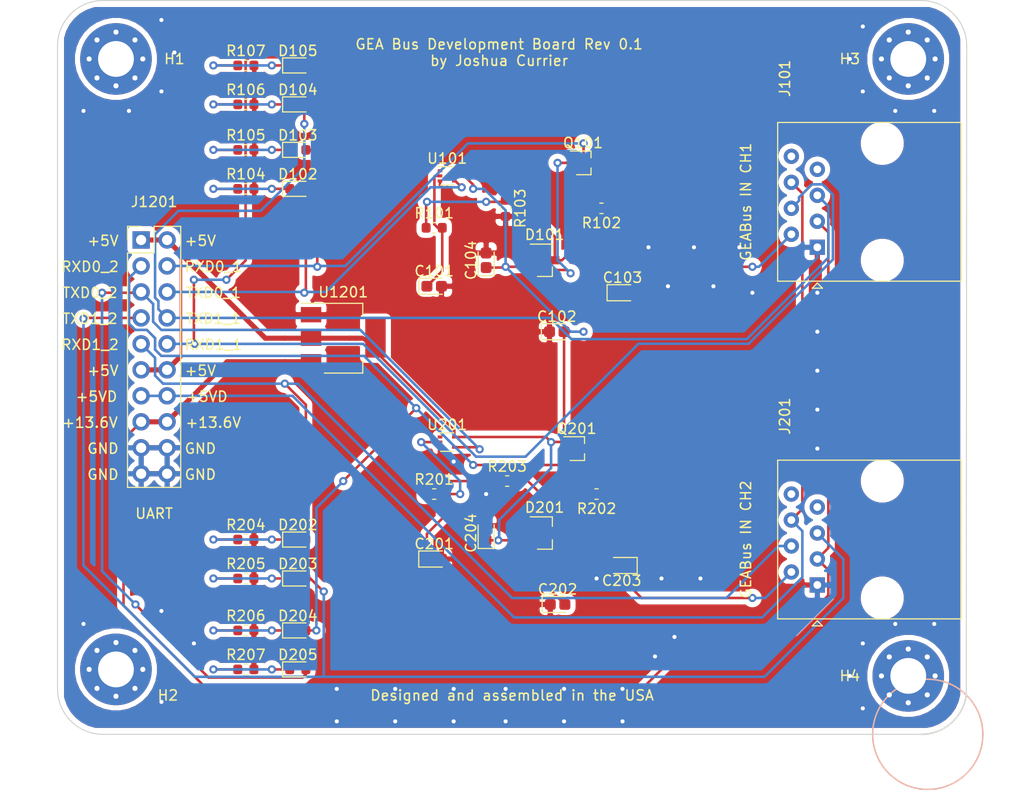
<source format=kicad_pcb>
(kicad_pcb (version 20171130) (host pcbnew 5.1.5-52549c5~84~ubuntu19.10.1)
  (layers (0 F.Cu signal) (31 B.Cu signal) (34 B.Paste user) (35 F.Paste user) (36 B.SilkS user) (37 F.SilkS user) (38 B.Mask user) (39 F.Mask user) (44 Edge.Cuts user))
  (net 0 "")
  (net 1 "Net-(C101-Pad1)")
  (net 2 GND)
  (net 3 +5V)
  (net 4 "Net-(C103-Pad1)")
  (net 5 "Net-(C201-Pad1)")
  (net 6 "Net-(D101-Pad3)")
  (net 7 "Net-(D102-Pad2)")
  (net 8 "Net-(D102-Pad1)")
  (net 9 "Net-(D103-Pad1)")
  (net 10 "Net-(D103-Pad2)")
  (net 11 "Net-(D104-Pad2)")
  (net 12 "Net-(D104-Pad1)")
  (net 13 "Net-(D105-Pad1)")
  (net 14 "Net-(D105-Pad2)")
  (net 15 "Net-(D201-Pad3)")
  (net 16 "Net-(D202-Pad1)")
  (net 17 "Net-(D202-Pad2)")
  (net 18 "Net-(D203-Pad2)")
  (net 19 "Net-(D203-Pad1)")
  (net 20 "Net-(D204-Pad1)")
  (net 21 "Net-(D204-Pad2)")
  (net 22 "Net-(D205-Pad2)")
  (net 23 "Net-(D205-Pad1)")
  (net 24 "Net-(J101-Pad8)")
  (net 25 "Net-(J101-Pad7)")
  (net 26 "Net-(J101-Pad6)")
  (net 27 "Net-(J101-Pad3)")
  (net 28 "Net-(J201-Pad7)")
  (net 29 "Net-(J201-Pad8)")
  (net 30 "Net-(U101-Pad1)")
  (net 31 "Net-(U201-Pad1)")
  (net 32 "Net-(C203-Pad2)")
  (module MountingHole:MountingHole_3.5mm_Pad_Via (layer F.Cu) (at 140.335 110.49)
    (fp_text reference H4 (at -5.715 0) (layer F.SilkS))
    (fp_text value MountingHole_3.5mm_Pad_Via)
    (pad 1 thru_hole circle (at 1.856155 -1.856155) (size 0.8 0.8) (drill 0.5) (layers *.Cu *.Mask))
    (pad 1 thru_hole circle (at 0 -2.625) (size 0.8 0.8) (drill 0.5) (layers *.Cu *.Mask))
    (pad 1 thru_hole circle (at -1.856155 -1.856155) (size 0.8 0.8) (drill 0.5) (layers *.Cu *.Mask))
    (pad 1 thru_hole circle (at -2.625 0) (size 0.8 0.8) (drill 0.5) (layers *.Cu *.Mask))
    (pad 1 thru_hole circle (at -1.856155 1.856155) (size 0.8 0.8) (drill 0.5) (layers *.Cu *.Mask))
    (pad 1 thru_hole circle (at 0 2.625) (size 0.8 0.8) (drill 0.5) (layers *.Cu *.Mask))
    (pad 1 thru_hole circle (at 1.856155 1.856155) (size 0.8 0.8) (drill 0.5) (layers *.Cu *.Mask))
    (pad 1 thru_hole circle (at 2.625 0) (size 0.8 0.8) (drill 0.5) (layers *.Cu *.Mask))
    (pad 1 thru_hole circle (at 0 0) (size 7 7) (drill 3.5) (layers *.Cu *.Mask))
  )
  (module MountingHole:MountingHole_3.5mm_Pad_Via (layer F.Cu) (at 62.865 109.855)
    (fp_text reference H2 (at 5.08 2.54) (layer F.SilkS))
    (fp_text value MountingHole_3.5mm_Pad_Via)
    (pad 1 thru_hole circle (at 1.856155 -1.856155) (size 0.8 0.8) (drill 0.5) (layers *.Cu *.Mask))
    (pad 1 thru_hole circle (at 0 -2.625) (size 0.8 0.8) (drill 0.5) (layers *.Cu *.Mask))
    (pad 1 thru_hole circle (at -1.856155 -1.856155) (size 0.8 0.8) (drill 0.5) (layers *.Cu *.Mask))
    (pad 1 thru_hole circle (at -2.625 0) (size 0.8 0.8) (drill 0.5) (layers *.Cu *.Mask))
    (pad 1 thru_hole circle (at -1.856155 1.856155) (size 0.8 0.8) (drill 0.5) (layers *.Cu *.Mask))
    (pad 1 thru_hole circle (at 0 2.625) (size 0.8 0.8) (drill 0.5) (layers *.Cu *.Mask))
    (pad 1 thru_hole circle (at 1.856155 1.856155) (size 0.8 0.8) (drill 0.5) (layers *.Cu *.Mask))
    (pad 1 thru_hole circle (at 2.625 0) (size 0.8 0.8) (drill 0.5) (layers *.Cu *.Mask))
    (pad 1 thru_hole circle (at 0 0) (size 7 7) (drill 3.5) (layers *.Cu *.Mask))
  )
  (module MountingHole:MountingHole_3.5mm_Pad_Via (layer F.Cu) (at 140.335 50.165)
    (fp_text reference H3 (at -5.715 0) (layer F.SilkS))
    (fp_text value MountingHole_3.5mm_Pad_Via)
    (pad 1 thru_hole circle (at 1.856155 -1.856155) (size 0.8 0.8) (drill 0.5) (layers *.Cu *.Mask))
    (pad 1 thru_hole circle (at 0 -2.625) (size 0.8 0.8) (drill 0.5) (layers *.Cu *.Mask))
    (pad 1 thru_hole circle (at -1.856155 -1.856155) (size 0.8 0.8) (drill 0.5) (layers *.Cu *.Mask))
    (pad 1 thru_hole circle (at -2.625 0) (size 0.8 0.8) (drill 0.5) (layers *.Cu *.Mask))
    (pad 1 thru_hole circle (at -1.856155 1.856155) (size 0.8 0.8) (drill 0.5) (layers *.Cu *.Mask))
    (pad 1 thru_hole circle (at 0 2.625) (size 0.8 0.8) (drill 0.5) (layers *.Cu *.Mask))
    (pad 1 thru_hole circle (at 1.856155 1.856155) (size 0.8 0.8) (drill 0.5) (layers *.Cu *.Mask))
    (pad 1 thru_hole circle (at 2.625 0) (size 0.8 0.8) (drill 0.5) (layers *.Cu *.Mask))
    (pad 1 thru_hole circle (at 0 0) (size 7 7) (drill 3.5) (layers *.Cu *.Mask))
  )
  (module MountingHole:MountingHole_3.5mm_Pad_Via (layer F.Cu) (at 62.865 50.165)
    (fp_text reference H1 (at 5.715 0) (layer F.SilkS))
    (fp_text value MountingHole_3.5mm_Pad_Via)
    (pad 1 thru_hole circle (at 1.856155 -1.856155) (size 0.8 0.8) (drill 0.5) (layers *.Cu *.Mask))
    (pad 1 thru_hole circle (at 0 -2.625) (size 0.8 0.8) (drill 0.5) (layers *.Cu *.Mask))
    (pad 1 thru_hole circle (at -1.856155 -1.856155) (size 0.8 0.8) (drill 0.5) (layers *.Cu *.Mask))
    (pad 1 thru_hole circle (at -2.625 0) (size 0.8 0.8) (drill 0.5) (layers *.Cu *.Mask))
    (pad 1 thru_hole circle (at -1.856155 1.856155) (size 0.8 0.8) (drill 0.5) (layers *.Cu *.Mask))
    (pad 1 thru_hole circle (at 0 2.625) (size 0.8 0.8) (drill 0.5) (layers *.Cu *.Mask))
    (pad 1 thru_hole circle (at 1.856155 1.856155) (size 0.8 0.8) (drill 0.5) (layers *.Cu *.Mask))
    (pad 1 thru_hole circle (at 2.625 0) (size 0.8 0.8) (drill 0.5) (layers *.Cu *.Mask))
    (pad 1 thru_hole circle (at 0 0) (size 7 7) (drill 3.5) (layers *.Cu *.Mask))
  )
  (module Capacitor_Tantalum_SMD:CP_EIA-1608-10_AVX-L (layer F.Cu) (at 93.98 72.39)
    (fp_text reference C101 (at 0 -1.48) (layer F.SilkS))
    (fp_text value 0.1u)
    (pad 1 smd roundrect (at -0.7125 0) (size 1.075 1.05) (layers F.Cu F.Paste F.Mask) (roundrect_rratio 0.238095) (net 1 "Net-(C101-Pad1)"))
    (pad 2 smd roundrect (at 0.7125 0) (size 1.075 1.05) (layers F.Cu F.Paste F.Mask) (roundrect_rratio 0.238095) (net 2 GND))
  )
  (module Capacitor_Tantalum_SMD:CP_EIA-1608-10_AVX-L (layer F.Cu) (at 105.9675 76.835)
    (fp_text reference C102 (at 0 -1.48) (layer F.SilkS))
    (fp_text value 0.1u)
    (pad 1 smd roundrect (at -0.7125 0) (size 1.075 1.05) (layers F.Cu F.Paste F.Mask) (roundrect_rratio 0.238095) (net 2 GND))
    (pad 2 smd roundrect (at 0.7125 0) (size 1.075 1.05) (layers F.Cu F.Paste F.Mask) (roundrect_rratio 0.238095) (net 3 +5V))
  )
  (module Capacitor_Tantalum_SMD:CP_EIA-1608-10_AVX-L (layer F.Cu) (at 112.395 73.025)
    (fp_text reference C103 (at 0 -1.48) (layer F.SilkS))
    (fp_text value 0.1u)
    (pad 2 smd roundrect (at 0.7125 0) (size 1.075 1.05) (layers F.Cu F.Paste F.Mask) (roundrect_rratio 0.238095) (net 2 GND))
    (pad 1 smd roundrect (at -0.7125 0) (size 1.075 1.05) (layers F.Cu F.Paste F.Mask) (roundrect_rratio 0.238095) (net 4 "Net-(C103-Pad1)"))
  )
  (module Capacitor_Tantalum_SMD:CP_EIA-1608-10_AVX-L (layer F.Cu) (at 99.06 69.85 90)
    (fp_text reference C104 (at 0 -1.48 90) (layer F.SilkS))
    (fp_text value 0.1u)
    (pad 1 smd roundrect (at -0.7125 0 90) (size 1.075 1.05) (layers F.Cu F.Paste F.Mask) (roundrect_rratio 0.238095) (net 3 +5V))
    (pad 2 smd roundrect (at 0.7125 0 90) (size 1.075 1.05) (layers F.Cu F.Paste F.Mask) (roundrect_rratio 0.238095) (net 2 GND))
  )
  (module Capacitor_Tantalum_SMD:CP_EIA-1608-10_AVX-L (layer F.Cu) (at 93.98 99.06)
    (fp_text reference C201 (at 0 -1.48) (layer F.SilkS))
    (fp_text value 0.1u)
    (pad 1 smd roundrect (at -0.7125 0) (size 1.075 1.05) (layers F.Cu F.Paste F.Mask) (roundrect_rratio 0.238095) (net 5 "Net-(C201-Pad1)"))
    (pad 2 smd roundrect (at 0.7125 0) (size 1.075 1.05) (layers F.Cu F.Paste F.Mask) (roundrect_rratio 0.238095) (net 2 GND))
  )
  (module Capacitor_Tantalum_SMD:CP_EIA-1608-10_AVX-L (layer F.Cu) (at 106.045 103.505)
    (fp_text reference C202 (at 0 -1.48) (layer F.SilkS))
    (fp_text value 0.1u)
    (pad 2 smd roundrect (at 0.7125 0) (size 1.075 1.05) (layers F.Cu F.Paste F.Mask) (roundrect_rratio 0.238095) (net 3 +5V))
    (pad 1 smd roundrect (at -0.7125 0) (size 1.075 1.05) (layers F.Cu F.Paste F.Mask) (roundrect_rratio 0.238095) (net 2 GND))
  )
  (module Capacitor_Tantalum_SMD:CP_EIA-1608-10_AVX-L (layer F.Cu) (at 112.3175 99.695 180)
    (fp_text reference C203 (at 0 -1.48) (layer F.SilkS))
    (fp_text value 0.1u)
    (pad 2 smd roundrect (at 0.7125 0 180) (size 1.075 1.05) (layers F.Cu F.Paste F.Mask) (roundrect_rratio 0.238095) (net 32 "Net-(C203-Pad2)"))
    (pad 1 smd roundrect (at -0.7125 0 180) (size 1.075 1.05) (layers F.Cu F.Paste F.Mask) (roundrect_rratio 0.238095) (net 2 GND))
  )
  (module Capacitor_Tantalum_SMD:CP_EIA-1608-10_AVX-L (layer F.Cu) (at 99.06 96.52 90)
    (fp_text reference C204 (at 0 -1.48 90) (layer F.SilkS))
    (fp_text value 0.1u)
    (pad 2 smd roundrect (at 0.7125 0 90) (size 1.075 1.05) (layers F.Cu F.Paste F.Mask) (roundrect_rratio 0.238095) (net 2 GND))
    (pad 1 smd roundrect (at -0.7125 0 90) (size 1.075 1.05) (layers F.Cu F.Paste F.Mask) (roundrect_rratio 0.238095) (net 3 +5V))
  )
  (module Package_TO_SOT_SMD:SOT-23 (layer F.Cu) (at 104.775 69.85)
    (fp_text reference D101 (at 0 -2.5) (layer F.SilkS))
    (fp_text value BAV99)
    (pad 1 smd rect (at -1 -0.95) (size 0.9 0.8) (layers F.Cu F.Paste F.Mask) (net 2 GND))
    (pad 2 smd rect (at -1 0.95) (size 0.9 0.8) (layers F.Cu F.Paste F.Mask) (net 3 +5V))
    (pad 3 smd rect (at 1 0) (size 0.9 0.8) (layers F.Cu F.Paste F.Mask) (net 6 "Net-(D101-Pad3)"))
  )
  (module LED_SMD:LED_0603_1608Metric (layer F.Cu) (at 80.645 62.865)
    (fp_text reference D102 (at 0 -1.43) (layer F.SilkS))
    (fp_text value LED)
    (pad 2 smd roundrect (at 0.7875 0) (size 0.875 0.95) (layers F.Cu F.Paste F.Mask) (net 7 "Net-(D102-Pad2)"))
    (pad 1 smd roundrect (at -0.7875 0) (size 0.875 0.95) (layers F.Cu F.Paste F.Mask) (net 8 "Net-(D102-Pad1)"))
  )
  (module LED_SMD:LED_0603_1608Metric (layer F.Cu) (at 80.645 59.055)
    (fp_text reference D103 (at 0 -1.43) (layer F.SilkS))
    (fp_text value LED)
    (pad 1 smd roundrect (at -0.7875 0) (size 0.875 0.95) (layers F.Cu F.Paste F.Mask) (net 9 "Net-(D103-Pad1)"))
    (pad 2 smd roundrect (at 0.7875 0) (size 0.875 0.95) (layers F.Cu F.Paste F.Mask) (net 10 "Net-(D103-Pad2)"))
  )
  (module LED_SMD:LED_0603_1608Metric (layer F.Cu) (at 80.645 54.61)
    (fp_text reference D104 (at 0 -1.430001) (layer F.SilkS))
    (fp_text value LED)
    (pad 2 smd roundrect (at 0.7875 0) (size 0.875 0.95) (layers F.Cu F.Paste F.Mask) (net 11 "Net-(D104-Pad2)"))
    (pad 1 smd roundrect (at -0.7875 0) (size 0.875 0.95) (layers F.Cu F.Paste F.Mask) (net 12 "Net-(D104-Pad1)"))
  )
  (module LED_SMD:LED_0603_1608Metric (layer F.Cu) (at 80.645 50.8)
    (fp_text reference D105 (at 0 -1.43) (layer F.SilkS))
    (fp_text value LED)
    (pad 1 smd roundrect (at -0.7875 0) (size 0.875 0.95) (layers F.Cu F.Paste F.Mask) (net 13 "Net-(D105-Pad1)"))
    (pad 2 smd roundrect (at 0.7875 0) (size 0.875 0.95) (layers F.Cu F.Paste F.Mask) (net 14 "Net-(D105-Pad2)"))
  )
  (module Package_TO_SOT_SMD:SOT-23 (layer F.Cu) (at 104.775 96.52)
    (fp_text reference D201 (at 0 -2.5) (layer F.SilkS))
    (fp_text value BAV99)
    (pad 3 smd rect (at 1 0) (size 0.9 0.8) (layers F.Cu F.Paste F.Mask) (net 15 "Net-(D201-Pad3)"))
    (pad 2 smd rect (at -1 0.95) (size 0.9 0.8) (layers F.Cu F.Paste F.Mask) (net 3 +5V))
    (pad 1 smd rect (at -1 -0.95) (size 0.9 0.8) (layers F.Cu F.Paste F.Mask) (net 2 GND))
  )
  (module LED_SMD:LED_0603_1608Metric (layer F.Cu) (at 80.645 97.155)
    (fp_text reference D202 (at 0 -1.43) (layer F.SilkS))
    (fp_text value LED)
    (pad 1 smd roundrect (at -0.7875 0) (size 0.875 0.95) (layers F.Cu F.Paste F.Mask) (net 16 "Net-(D202-Pad1)"))
    (pad 2 smd roundrect (at 0.7875 0) (size 0.875 0.95) (layers F.Cu F.Paste F.Mask) (net 17 "Net-(D202-Pad2)"))
  )
  (module LED_SMD:LED_0603_1608Metric (layer F.Cu) (at 80.645 100.965)
    (fp_text reference D203 (at 0 -1.43) (layer F.SilkS))
    (fp_text value LED)
    (pad 2 smd roundrect (at 0.7875 0) (size 0.875 0.95) (layers F.Cu F.Paste F.Mask) (net 18 "Net-(D203-Pad2)"))
    (pad 1 smd roundrect (at -0.7875 0) (size 0.875 0.95) (layers F.Cu F.Paste F.Mask) (net 19 "Net-(D203-Pad1)"))
  )
  (module LED_SMD:LED_0603_1608Metric (layer F.Cu) (at 80.645 106.045)
    (fp_text reference D204 (at 0 -1.43) (layer F.SilkS))
    (fp_text value LED)
    (pad 1 smd roundrect (at -0.7875 0) (size 0.875 0.95) (layers F.Cu F.Paste F.Mask) (net 20 "Net-(D204-Pad1)"))
    (pad 2 smd roundrect (at 0.7875 0) (size 0.875 0.95) (layers F.Cu F.Paste F.Mask) (net 21 "Net-(D204-Pad2)"))
  )
  (module LED_SMD:LED_0603_1608Metric (layer F.Cu) (at 80.645 109.855)
    (fp_text reference D205 (at 0 -1.43) (layer F.SilkS))
    (fp_text value LED)
    (pad 2 smd roundrect (at 0.7875 0) (size 0.875 0.95) (layers F.Cu F.Paste F.Mask) (net 22 "Net-(D205-Pad2)"))
    (pad 1 smd roundrect (at -0.7875 0) (size 0.875 0.95) (layers F.Cu F.Paste F.Mask) (net 23 "Net-(D205-Pad1)"))
  )
  (module Connector_RJ:RJ45_Amphenol_54602-x08_Horizontal (layer F.Cu) (at 131.445 68.58 90)
    (fp_text reference J101 (at 16.51 -3.175 90) (layer F.SilkS))
    (fp_text value "GEABus IN CH1" (at 4.445 -6.985 90) (layer F.SilkS))
    (pad 8 thru_hole circle (at 8.89 -2.54 90) (size 1.5 1.5) (drill 0.76) (layers *.Cu *.Mask) (net 24 "Net-(J101-Pad8)"))
    (pad 7 thru_hole circle (at 7.62 0 90) (size 1.5 1.5) (drill 0.76) (layers *.Cu *.Mask) (net 25 "Net-(J101-Pad7)"))
    (pad 6 thru_hole circle (at 6.35 -2.54 90) (size 1.5 1.5) (drill 0.76) (layers *.Cu *.Mask) (net 26 "Net-(J101-Pad6)"))
    (pad 5 thru_hole circle (at 5.08 0 90) (size 1.5 1.5) (drill 0.76) (layers *.Cu *.Mask) (net 11 "Net-(D104-Pad2)"))
    (pad 4 thru_hole circle (at 3.81 -2.54 90) (size 1.5 1.5) (drill 0.76) (layers *.Cu *.Mask) (net 14 "Net-(D105-Pad2)"))
    (pad 3 thru_hole circle (at 2.54 0 90) (size 1.5 1.5) (drill 0.76) (layers *.Cu *.Mask) (net 27 "Net-(J101-Pad3)"))
    (pad 2 thru_hole circle (at 1.27 -2.54 90) (size 1.5 1.5) (drill 0.76) (layers *.Cu *.Mask) (net 4 "Net-(C103-Pad1)"))
    (pad 1 thru_hole rect (at 0 0 90) (size 1.5 1.5) (drill 0.76) (layers *.Cu *.Mask) (net 2 GND))
    (pad "" np_thru_hole circle (at -1.27 6.35 90) (size 3.2 3.2) (drill 3.2) (layers *.Cu *.Mask))
    (pad "" np_thru_hole circle (at 10.16 6.35 90) (size 3.2 3.2) (drill 3.2) (layers *.Cu *.Mask))
  )
  (module Connector_RJ:RJ45_Amphenol_54602-x08_Horizontal (layer F.Cu) (at 131.445 101.6 90)
    (fp_text reference J201 (at 16.51 -3.175 90) (layer F.SilkS))
    (fp_text value "GEABus IN CH2" (at 4.445 -6.985 90) (layer F.SilkS))
    (pad "" np_thru_hole circle (at 10.16 6.35 90) (size 3.2 3.2) (drill 3.2) (layers *.Cu *.Mask))
    (pad "" np_thru_hole circle (at -1.27 6.35 90) (size 3.2 3.2) (drill 3.2) (layers *.Cu *.Mask))
    (pad 1 thru_hole rect (at 0 0 90) (size 1.5 1.5) (drill 0.76) (layers *.Cu *.Mask) (net 2 GND))
    (pad 2 thru_hole circle (at 1.27 -2.54 90) (size 1.5 1.5) (drill 0.76) (layers *.Cu *.Mask) (net 32 "Net-(C203-Pad2)"))
    (pad 3 thru_hole circle (at 2.54 0 90) (size 1.5 1.5) (drill 0.76) (layers *.Cu *.Mask) (net 27 "Net-(J101-Pad3)"))
    (pad 4 thru_hole circle (at 3.81 -2.54 90) (size 1.5 1.5) (drill 0.76) (layers *.Cu *.Mask) (net 17 "Net-(D202-Pad2)"))
    (pad 5 thru_hole circle (at 5.08 0 90) (size 1.5 1.5) (drill 0.76) (layers *.Cu *.Mask) (net 18 "Net-(D203-Pad2)"))
    (pad 6 thru_hole circle (at 6.35 -2.54 90) (size 1.5 1.5) (drill 0.76) (layers *.Cu *.Mask) (net 26 "Net-(J101-Pad6)"))
    (pad 7 thru_hole circle (at 7.62 0 90) (size 1.5 1.5) (drill 0.76) (layers *.Cu *.Mask) (net 28 "Net-(J201-Pad7)"))
    (pad 8 thru_hole circle (at 8.89 -2.54 90) (size 1.5 1.5) (drill 0.76) (layers *.Cu *.Mask) (net 29 "Net-(J201-Pad8)"))
  )
  (module Connector_PinHeader_2.54mm:PinHeader_2x10_P2.54mm_Vertical (layer F.Cu) (at 65.325001 67.865001)
    (fp_text reference J1201 (at 1.27 -3.730001) (layer F.SilkS))
    (fp_text value UART (at 1.27 26.749999) (layer F.SilkS))
    (pad 1 thru_hole rect (at 0 0) (size 1.7 1.7) (drill 1) (layers *.Cu *.Mask) (net 3 +5V))
    (pad 2 thru_hole oval (at 2.54 0) (size 1.7 1.7) (drill 1) (layers *.Cu *.Mask) (net 3 +5V))
    (pad 3 thru_hole oval (at 0 2.54) (size 1.7 1.7) (drill 1) (layers *.Cu *.Mask) (net 21 "Net-(D204-Pad2)"))
    (pad 4 thru_hole oval (at 2.54 2.54) (size 1.7 1.7) (drill 1) (layers *.Cu *.Mask) (net 10 "Net-(D103-Pad2)"))
    (pad 5 thru_hole oval (at 0 5.08) (size 1.7 1.7) (drill 1) (layers *.Cu *.Mask) (net 22 "Net-(D205-Pad2)"))
    (pad 6 thru_hole oval (at 2.54 5.08) (size 1.7 1.7) (drill 1) (layers *.Cu *.Mask) (net 7 "Net-(D102-Pad2)"))
    (pad 7 thru_hole oval (at 0 7.62) (size 1.7 1.7) (drill 1) (layers *.Cu *.Mask) (net 18 "Net-(D203-Pad2)"))
    (pad 8 thru_hole oval (at 2.54 7.62) (size 1.7 1.7) (drill 1) (layers *.Cu *.Mask) (net 11 "Net-(D104-Pad2)"))
    (pad 9 thru_hole oval (at 0 10.16) (size 1.7 1.7) (drill 1) (layers *.Cu *.Mask) (net 17 "Net-(D202-Pad2)"))
    (pad 10 thru_hole oval (at 2.54 10.16) (size 1.7 1.7) (drill 1) (layers *.Cu *.Mask) (net 14 "Net-(D105-Pad2)"))
    (pad 11 thru_hole oval (at 0 12.7) (size 1.7 1.7) (drill 1) (layers *.Cu *.Mask) (net 3 +5V))
    (pad 12 thru_hole oval (at 2.54 12.7) (size 1.7 1.7) (drill 1) (layers *.Cu *.Mask) (net 3 +5V))
    (pad 13 thru_hole oval (at 0 15.24) (size 1.7 1.7) (drill 1) (layers *.Cu *.Mask) (net 26 "Net-(J101-Pad6)"))
    (pad 14 thru_hole oval (at 2.54 15.24) (size 1.7 1.7) (drill 1) (layers *.Cu *.Mask) (net 26 "Net-(J101-Pad6)"))
    (pad 15 thru_hole oval (at 0 17.78) (size 1.7 1.7) (drill 1) (layers *.Cu *.Mask) (net 27 "Net-(J101-Pad3)"))
    (pad 16 thru_hole oval (at 2.54 17.78) (size 1.7 1.7) (drill 1) (layers *.Cu *.Mask) (net 27 "Net-(J101-Pad3)"))
    (pad 17 thru_hole oval (at 0 20.32) (size 1.7 1.7) (drill 1) (layers *.Cu *.Mask) (net 2 GND))
    (pad 18 thru_hole oval (at 2.54 20.32) (size 1.7 1.7) (drill 1) (layers *.Cu *.Mask) (net 2 GND))
    (pad 19 thru_hole oval (at 0 22.86) (size 1.7 1.7) (drill 1) (layers *.Cu *.Mask) (net 2 GND))
    (pad 20 thru_hole oval (at 2.54 22.86) (size 1.7 1.7) (drill 1) (layers *.Cu *.Mask) (net 2 GND))
  )
  (module Package_TO_SOT_SMD:SOT-323_SC-70 (layer F.Cu) (at 108.585 60.325)
    (fp_text reference Q101 (at -0.05 -1.95) (layer F.SilkS))
    (fp_text value DTA143X hide)
    (pad 1 smd rect (at -1 -0.65 270) (size 0.45 0.7) (layers F.Cu F.Paste F.Mask) (net 3 +5V))
    (pad 2 smd rect (at -1 0.65 270) (size 0.45 0.7) (layers F.Cu F.Paste F.Mask) (net 10 "Net-(D103-Pad2)"))
    (pad 3 smd rect (at 1 0 270) (size 0.45 0.7) (layers F.Cu F.Paste F.Mask) (net 6 "Net-(D101-Pad3)"))
  )
  (module Package_TO_SOT_SMD:SOT-323_SC-70 (layer F.Cu) (at 107.95 88.265)
    (fp_text reference Q201 (at -0.05 -1.95) (layer F.SilkS))
    (fp_text value DTA143X hide)
    (pad 3 smd rect (at 1 0 270) (size 0.45 0.7) (layers F.Cu F.Paste F.Mask) (net 15 "Net-(D201-Pad3)"))
    (pad 2 smd rect (at -1 0.65 270) (size 0.45 0.7) (layers F.Cu F.Paste F.Mask) (net 21 "Net-(D204-Pad2)"))
    (pad 1 smd rect (at -1 -0.65 270) (size 0.45 0.7) (layers F.Cu F.Paste F.Mask) (net 3 +5V))
  )
  (module Resistor_SMD:R_0603_1608Metric (layer F.Cu) (at 93.98 66.675)
    (fp_text reference R101 (at 0 -1.43) (layer F.SilkS))
    (fp_text value 47k)
    (pad 2 smd roundrect (at 0.7875 0) (size 0.875 0.95) (layers F.Cu F.Paste F.Mask) (net 1 "Net-(C101-Pad1)"))
    (pad 1 smd roundrect (at -0.7875 0) (size 0.875 0.95) (layers F.Cu F.Paste F.Mask) (net 6 "Net-(D101-Pad3)"))
  )
  (module Resistor_SMD:R_0603_1608Metric (layer F.Cu) (at 110.3375 64.77 180)
    (fp_text reference R102 (at 0 -1.43) (layer F.SilkS))
    (fp_text value 120)
    (pad 2 smd roundrect (at 0.7875 0 180) (size 0.875 0.95) (layers F.Cu F.Paste F.Mask) (net 6 "Net-(D101-Pad3)"))
    (pad 1 smd roundrect (at -0.7875 0 180) (size 0.875 0.95) (layers F.Cu F.Paste F.Mask) (net 4 "Net-(C103-Pad1)"))
  )
  (module Resistor_SMD:R_0603_1608Metric (layer F.Cu) (at 100.965 64.77 270)
    (fp_text reference R103 (at 0 -1.43 90) (layer F.SilkS))
    (fp_text value 22k)
    (pad 2 smd roundrect (at 0.7875 0 270) (size 0.875 0.95) (layers F.Cu F.Paste F.Mask) (net 2 GND))
    (pad 1 smd roundrect (at -0.7875 0 270) (size 0.875 0.95) (layers F.Cu F.Paste F.Mask) (net 6 "Net-(D101-Pad3)"))
  )
  (module Resistor_SMD:R_0603_1608Metric (layer F.Cu) (at 75.565 62.865)
    (fp_text reference R104 (at 0 -1.43) (layer F.SilkS))
    (fp_text value 330)
    (pad 1 smd roundrect (at -0.7875 0) (size 0.875 0.95) (layers F.Cu F.Paste F.Mask) (net 8 "Net-(D102-Pad1)"))
    (pad 2 smd roundrect (at 0.7875 0) (size 0.875 0.95) (layers F.Cu F.Paste F.Mask) (net 2 GND))
  )
  (module Resistor_SMD:R_0603_1608Metric (layer F.Cu) (at 75.565 59.055)
    (fp_text reference R105 (at 0 -1.43) (layer F.SilkS))
    (fp_text value 330)
    (pad 2 smd roundrect (at 0.7875 0) (size 0.875 0.95) (layers F.Cu F.Paste F.Mask) (net 2 GND))
    (pad 1 smd roundrect (at -0.7875 0) (size 0.875 0.95) (layers F.Cu F.Paste F.Mask) (net 9 "Net-(D103-Pad1)"))
  )
  (module Resistor_SMD:R_0603_1608Metric (layer F.Cu) (at 75.565 54.61)
    (fp_text reference R106 (at 0 -1.43) (layer F.SilkS))
    (fp_text value 330)
    (pad 1 smd roundrect (at -0.7875 0) (size 0.875 0.95) (layers F.Cu F.Paste F.Mask) (net 12 "Net-(D104-Pad1)"))
    (pad 2 smd roundrect (at 0.7875 0) (size 0.875 0.95) (layers F.Cu F.Paste F.Mask) (net 2 GND))
  )
  (module Resistor_SMD:R_0603_1608Metric (layer F.Cu) (at 75.565 50.8)
    (fp_text reference R107 (at 0 -1.43) (layer F.SilkS))
    (fp_text value 330)
    (pad 1 smd roundrect (at -0.7875 0) (size 0.875 0.95) (layers F.Cu F.Paste F.Mask) (net 13 "Net-(D105-Pad1)"))
    (pad 2 smd roundrect (at 0.7875 0) (size 0.875 0.95) (layers F.Cu F.Paste F.Mask) (net 2 GND))
  )
  (module Resistor_SMD:R_0603_1608Metric (layer F.Cu) (at 93.98 92.71)
    (fp_text reference R201 (at 0 -1.43) (layer F.SilkS))
    (fp_text value 47k)
    (pad 2 smd roundrect (at 0.7875 0) (size 0.875 0.95) (layers F.Cu F.Paste F.Mask) (net 5 "Net-(C201-Pad1)"))
    (pad 1 smd roundrect (at -0.7875 0) (size 0.875 0.95) (layers F.Cu F.Paste F.Mask) (net 15 "Net-(D201-Pad3)"))
  )
  (module Resistor_SMD:R_0603_1608Metric (layer F.Cu) (at 109.855 92.71 180)
    (fp_text reference R202 (at 0 -1.43) (layer F.SilkS))
    (fp_text value 120)
    (pad 2 smd roundrect (at 0.7875 0 180) (size 0.875 0.95) (layers F.Cu F.Paste F.Mask) (net 32 "Net-(C203-Pad2)"))
    (pad 1 smd roundrect (at -0.7875 0 180) (size 0.875 0.95) (layers F.Cu F.Paste F.Mask) (net 15 "Net-(D201-Pad3)"))
  )
  (module Resistor_SMD:R_0603_1608Metric (layer F.Cu) (at 101.1175 91.44)
    (fp_text reference R203 (at 0 -1.43) (layer F.SilkS))
    (fp_text value 22k)
    (pad 1 smd roundrect (at -0.7875 0) (size 0.875 0.95) (layers F.Cu F.Paste F.Mask) (net 15 "Net-(D201-Pad3)"))
    (pad 2 smd roundrect (at 0.7875 0) (size 0.875 0.95) (layers F.Cu F.Paste F.Mask) (net 2 GND))
  )
  (module Resistor_SMD:R_0603_1608Metric (layer F.Cu) (at 75.565 97.155)
    (fp_text reference R204 (at 0 -1.43) (layer F.SilkS))
    (fp_text value 330)
    (pad 1 smd roundrect (at -0.7875 0) (size 0.875 0.95) (layers F.Cu F.Paste F.Mask) (net 16 "Net-(D202-Pad1)"))
    (pad 2 smd roundrect (at 0.7875 0) (size 0.875 0.95) (layers F.Cu F.Paste F.Mask) (net 2 GND))
  )
  (module Resistor_SMD:R_0603_1608Metric (layer F.Cu) (at 75.565 100.965)
    (fp_text reference R205 (at 0 -1.43) (layer F.SilkS))
    (fp_text value 330)
    (pad 2 smd roundrect (at 0.7875 0) (size 0.875 0.95) (layers F.Cu F.Paste F.Mask) (net 2 GND))
    (pad 1 smd roundrect (at -0.7875 0) (size 0.875 0.95) (layers F.Cu F.Paste F.Mask) (net 19 "Net-(D203-Pad1)"))
  )
  (module Resistor_SMD:R_0603_1608Metric (layer F.Cu) (at 75.565 106.045)
    (fp_text reference R206 (at 0 -1.43) (layer F.SilkS))
    (fp_text value 330)
    (pad 2 smd roundrect (at 0.7875 0) (size 0.875 0.95) (layers F.Cu F.Paste F.Mask) (net 2 GND))
    (pad 1 smd roundrect (at -0.7875 0) (size 0.875 0.95) (layers F.Cu F.Paste F.Mask) (net 20 "Net-(D204-Pad1)"))
  )
  (module Resistor_SMD:R_0603_1608Metric (layer F.Cu) (at 75.565 109.855)
    (fp_text reference R207 (at 0 -1.43) (layer F.SilkS))
    (fp_text value 330)
    (pad 1 smd roundrect (at -0.7875 0) (size 0.875 0.95) (layers F.Cu F.Paste F.Mask) (net 23 "Net-(D205-Pad1)"))
    (pad 2 smd roundrect (at 0.7875 0) (size 0.875 0.95) (layers F.Cu F.Paste F.Mask) (net 2 GND))
  )
  (module Package_TO_SOT_SMD:SOT-553 (layer F.Cu) (at 95.25 61.595)
    (fp_text reference U101 (at 0 -1.7) (layer F.SilkS))
    (fp_text value 74LVC1GU04DRL hide)
    (pad 4 smd rect (at 0.7 0.5) (size 0.45 0.3) (layers F.Cu F.Paste F.Mask) (net 7 "Net-(D102-Pad2)"))
    (pad 2 smd rect (at -0.7 0) (size 0.45 0.3) (layers F.Cu F.Paste F.Mask) (net 1 "Net-(C101-Pad1)"))
    (pad 5 smd rect (at 0.7 -0.5) (size 0.45 0.3) (layers F.Cu F.Paste F.Mask) (net 3 +5V))
    (pad 3 smd rect (at -0.7 0.5) (size 0.45 0.3) (layers F.Cu F.Paste F.Mask) (net 2 GND))
    (pad 1 smd rect (at -0.7 -0.5) (size 0.45 0.3) (layers F.Cu F.Paste F.Mask) (net 30 "Net-(U101-Pad1)"))
  )
  (module Package_TO_SOT_SMD:SOT-553 (layer F.Cu) (at 95.25 87.63)
    (fp_text reference U201 (at 0 -1.7) (layer F.SilkS))
    (fp_text value 74LVC1GU04DRL hide)
    (pad 1 smd rect (at -0.7 -0.5) (size 0.45 0.3) (layers F.Cu F.Paste F.Mask) (net 31 "Net-(U201-Pad1)"))
    (pad 3 smd rect (at -0.7 0.5) (size 0.45 0.3) (layers F.Cu F.Paste F.Mask) (net 2 GND))
    (pad 5 smd rect (at 0.7 -0.5) (size 0.45 0.3) (layers F.Cu F.Paste F.Mask) (net 3 +5V))
    (pad 2 smd rect (at -0.7 0) (size 0.45 0.3) (layers F.Cu F.Paste F.Mask) (net 5 "Net-(C201-Pad1)"))
    (pad 4 smd rect (at 0.7 0.5) (size 0.45 0.3) (layers F.Cu F.Paste F.Mask) (net 22 "Net-(D205-Pad2)"))
  )
  (module Package_TO_SOT_SMD:SOT-223-3_TabPin2 (layer F.Cu) (at 85.09 77.47)
    (fp_text reference U1201 (at 0 -4.5) (layer F.SilkS))
    (fp_text value AMS1117-5.0)
    (pad 2 smd rect (at 3.15 0) (size 2 3.8) (layers F.Cu F.Paste F.Mask) (net 3 +5V))
    (pad 2 smd rect (at -3.15 0) (size 2 1.5) (layers F.Cu F.Paste F.Mask) (net 3 +5V))
    (pad 3 smd rect (at -3.15 2.3) (size 2 1.5) (layers F.Cu F.Paste F.Mask) (net 27 "Net-(J101-Pad3)"))
    (pad 1 smd rect (at -3.15 -2.3) (size 2 1.5) (layers F.Cu F.Paste F.Mask) (net 2 GND))
  )
  (gr_line (start 57.15 111.76) (end 57.15 48.895) (layer Edge.Cuts) (width 0.1))
  (gr_line (start 141.605 116.205) (end 61.595 116.205) (layer Edge.Cuts) (width 0.1))
  (gr_line (start 146.05 48.895) (end 146.005655 112.386306) (layer Edge.Cuts) (width 0.1))
  (gr_line (start 61.595 44.45) (end 141.605 44.45) (layer Edge.Cuts) (width 0.1))
  (gr_arc (start 61.595 48.895) (end 61.595 44.45) (angle -90) (layer Edge.Cuts) (width 0.1))
  (gr_arc (start 141.605 48.895) (end 146.05 48.895) (angle -90) (layer Edge.Cuts) (width 0.1))
  (gr_arc (start 61.595 111.76) (end 57.15 111.76) (angle -90) (layer Edge.Cuts) (width 0.1))
  (gr_arc (start 141.605 111.76) (end 141.605 116.205) (angle -81.9) (layer Edge.Cuts) (width 0.15))
  (gr_arc (start 142.24 116.205) (end 146.049999 112.395001) (angle 0) (layer B.SilkS) (width 0.15))
  (gr_text "Designed and assembled in the USA" (at 101.6 112.395) (layer F.SilkS) (effects (font (size 1 1))))
  (gr_text "GEA Bus Development Board Rev 0.1\nby Joshua Currier" (at 100.33 49.53) (layer F.SilkS) (effects (font (size 1 1))))
  (gr_text GND (at 61.595 90.805) (layer F.SilkS) (effects (font (size 1 1))))
  (gr_text GND (at 61.595 88.265) (layer F.SilkS) (effects (font (size 1 1))))
  (gr_text GND (at 71.12 90.805) (layer F.SilkS) (effects (font (size 1 1))))
  (gr_text GND (at 71.12 88.265) (layer F.SilkS) (effects (font (size 1 1))))
  (gr_text +13.6V (at 72.39 85.725) (layer F.SilkS) (effects (font (size 1 1))))
  (gr_text +13.6V (at 60.325 85.725) (layer F.SilkS) (effects (font (size 1 1))))
  (gr_text +5VD (at 71.755 83.185) (layer F.SilkS) (effects (font (size 1 1))))
  (gr_text +5VD (at 60.96 83.185) (layer F.SilkS) (effects (font (size 1 1))))
  (gr_text +5V (at 71.12 80.645) (layer F.SilkS) (effects (font (size 1 1))))
  (gr_text +5V (at 61.595 80.645) (layer F.SilkS) (effects (font (size 1 1))))
  (gr_text RXD1_2 (at 60.325 78.105) (layer F.SilkS) (effects (font (size 1 1))))
  (gr_text TXD1_2 (at 60.325 75.565) (layer F.SilkS) (effects (font (size 1 1))))
  (gr_text TXD0_2 (at 60.325 73.025) (layer F.SilkS) (effects (font (size 1 1))))
  (gr_text RXD0_2 (at 60.325 70.485) (layer F.SilkS) (effects (font (size 1 1))))
  (gr_text RXD1_1 (at 72.39 78.105) (layer F.SilkS) (effects (font (size 1 1))))
  (gr_text TXD1_1 (at 72.39 75.565) (layer F.SilkS) (effects (font (size 1 1))))
  (gr_text TXD0_1 (at 72.39 73.025) (layer F.SilkS) (effects (font (size 1 1))))
  (gr_text RXD0_1 (at 72.39 70.485) (layer F.SilkS) (effects (font (size 1 1))))
  (gr_text +5V (at 71.12 67.945) (layer F.SilkS) (effects (font (size 1 1))))
  (gr_text +5V (at 61.595 67.945) (layer F.SilkS) (effects (font (size 1 1))))
  (segment (start 94.33 66.675) (end 94.7675 66.675) (width 0.25) (layer F.Cu) (net 1))
  (segment (start 93.999999 66.344999) (end 94.33 66.675) (width 0.25) (layer F.Cu) (net 1))
  (segment (start 94.075 61.595) (end 93.999999 61.670001) (width 0.25) (layer F.Cu) (net 1))
  (segment (start 93.999999 61.670001) (end 93.999999 66.344999) (width 0.25) (layer F.Cu) (net 1))
  (segment (start 94.55 61.595) (end 94.075 61.595) (width 0.25) (layer F.Cu) (net 1))
  (segment (start 94.7675 70.89) (end 93.2675 72.39) (width 0.25) (layer F.Cu) (net 1))
  (segment (start 94.7675 66.675) (end 94.7675 70.89) (width 0.25) (layer F.Cu) (net 1))
  (segment (start 103.5375 95.8075) (end 103.775 95.57) (width 0.25) (layer F.Cu) (net 2))
  (segment (start 130.445 101.6) (end 131.445 101.6) (width 0.25) (layer F.Cu) (net 2))
  (segment (start 115.4725 101.6) (end 130.445 101.6) (width 0.25) (layer F.Cu) (net 2))
  (segment (start 113.5675 99.695) (end 115.4725 101.6) (width 0.25) (layer F.Cu) (net 2))
  (segment (start 113.03 99.695) (end 113.5675 99.695) (width 0.25) (layer F.Cu) (net 2))
  (via (at 125.095 73.025) (size 0.8) (drill 0.4) (layers F.Cu B.Cu) (net 2))
  (segment (start 113.1075 73.025) (end 125.095 73.025) (width 0.25) (layer F.Cu) (net 2))
  (segment (start 131.445 69.58) (end 131.445 68.58) (width 0.25) (layer B.Cu) (net 2))
  (segment (start 128 73.025) (end 131.445 69.58) (width 0.25) (layer B.Cu) (net 2))
  (segment (start 125.095 73.025) (end 128 73.025) (width 0.25) (layer B.Cu) (net 2))
  (segment (start 103.5375 69.1375) (end 103.775 68.9) (width 0.25) (layer F.Cu) (net 2))
  (segment (start 103.775 68.25) (end 103.775 68.9) (width 0.25) (layer F.Cu) (net 2))
  (segment (start 100.49 65.5575) (end 100.965 65.5575) (width 0.25) (layer F.Cu) (net 2))
  (segment (start 97.6125 65.5575) (end 100.49 65.5575) (width 0.25) (layer F.Cu) (net 2))
  (segment (start 94.55 62.495) (end 97.6125 65.5575) (width 0.25) (layer F.Cu) (net 2))
  (segment (start 94.55 62.095) (end 94.55 62.495) (width 0.25) (layer F.Cu) (net 2))
  (via (at 99.06 92.71) (size 0.8) (drill 0.4) (layers F.Cu B.Cu) (net 2))
  (segment (start 101.11 92.71) (end 99.06 92.71) (width 0.25) (layer F.Cu) (net 2))
  (segment (start 101.905 91.44) (end 101.905 91.915) (width 0.25) (layer F.Cu) (net 2))
  (segment (start 101.905 91.915) (end 101.11 92.71) (width 0.25) (layer F.Cu) (net 2))
  (via (at 95.885 89.535) (size 0.8) (drill 0.4) (layers F.Cu B.Cu) (net 2))
  (segment (start 99.06 92.71) (end 95.885 89.535) (width 0.25) (layer B.Cu) (net 2))
  (segment (start 95.885 89.535) (end 94.615 88.265) (width 0.25) (layer F.Cu) (net 2))
  (via (at 131.445 73.025) (size 0.8) (drill 0.4) (layers F.Cu B.Cu) (net 2))
  (via (at 131.445 76.835) (size 0.8) (drill 0.4) (layers F.Cu B.Cu) (net 2))
  (via (at 131.445 80.645) (size 0.8) (drill 0.4) (layers F.Cu B.Cu) (net 2))
  (via (at 131.445 84.455) (size 0.8) (drill 0.4) (layers F.Cu B.Cu) (net 2))
  (via (at 131.445 88.265) (size 0.8) (drill 0.4) (layers F.Cu B.Cu) (net 2))
  (via (at 135.89 46.99) (size 0.8) (drill 0.4) (layers F.Cu B.Cu) (net 2))
  (via (at 134.62 50.165) (size 0.8) (drill 0.4) (layers F.Cu B.Cu) (net 2))
  (via (at 135.89 53.34) (size 0.8) (drill 0.4) (layers F.Cu B.Cu) (net 2))
  (via (at 139.065 55.245) (size 0.8) (drill 0.4) (layers F.Cu B.Cu) (net 2))
  (via (at 142.875 55.245) (size 0.8) (drill 0.4) (layers F.Cu B.Cu) (net 2))
  (via (at 142.875 105.41) (size 0.8) (drill 0.4) (layers F.Cu B.Cu) (net 2))
  (via (at 139.065 105.41) (size 0.8) (drill 0.4) (layers F.Cu B.Cu) (net 2))
  (via (at 135.89 107.315) (size 0.8) (drill 0.4) (layers F.Cu B.Cu) (net 2))
  (via (at 134.62 110.49) (size 0.8) (drill 0.4) (layers F.Cu B.Cu) (net 2))
  (via (at 135.89 113.665) (size 0.8) (drill 0.4) (layers F.Cu B.Cu) (net 2))
  (via (at 67.31 46.355) (size 0.8) (drill 0.4) (layers F.Cu B.Cu) (net 2))
  (via (at 68.58 49.53) (size 0.8) (drill 0.4) (layers F.Cu B.Cu) (net 2))
  (via (at 67.31 53.34) (size 0.8) (drill 0.4) (layers F.Cu B.Cu) (net 2))
  (via (at 64.135 55.245) (size 0.8) (drill 0.4) (layers F.Cu B.Cu) (net 2))
  (via (at 59.69 55.245) (size 0.8) (drill 0.4) (layers F.Cu B.Cu) (net 2))
  (via (at 59.69 105.41) (size 0.8) (drill 0.4) (layers F.Cu B.Cu) (net 2))
  (via (at 67.31 113.03) (size 0.8) (drill 0.4) (layers F.Cu B.Cu) (net 2))
  (via (at 70.485 107.315) (size 0.8) (drill 0.4) (layers F.Cu B.Cu) (net 2))
  (via (at 67.31 104.14) (size 0.8) (drill 0.4) (layers F.Cu B.Cu) (net 2))
  (via (at 84.455 111.76) (size 0.8) (drill 0.4) (layers F.Cu B.Cu) (net 2))
  (via (at 90.17 111.76) (size 0.8) (drill 0.4) (layers F.Cu B.Cu) (net 2))
  (via (at 95.885 111.76) (size 0.8) (drill 0.4) (layers F.Cu B.Cu) (net 2))
  (via (at 100.965 111.76) (size 0.8) (drill 0.4) (layers F.Cu B.Cu) (net 2))
  (via (at 106.68 111.76) (size 0.8) (drill 0.4) (layers F.Cu B.Cu) (net 2))
  (via (at 84.455 114.935) (size 0.8) (drill 0.4) (layers F.Cu B.Cu) (net 2))
  (via (at 90.17 114.935) (size 0.8) (drill 0.4) (layers F.Cu B.Cu) (net 2))
  (via (at 95.885 114.935) (size 0.8) (drill 0.4) (layers F.Cu B.Cu) (net 2))
  (via (at 100.965 114.935) (size 0.8) (drill 0.4) (layers F.Cu B.Cu) (net 2))
  (via (at 106.68 114.935) (size 0.8) (drill 0.4) (layers F.Cu B.Cu) (net 2))
  (via (at 112.395 114.935) (size 0.8) (drill 0.4) (layers F.Cu B.Cu) (net 2))
  (via (at 112.395 111.76) (size 0.8) (drill 0.4) (layers F.Cu B.Cu) (net 2))
  (via (at 114.935 68.58) (size 0.8) (drill 0.4) (layers F.Cu B.Cu) (net 2))
  (via (at 119.38 68.58) (size 0.8) (drill 0.4) (layers F.Cu B.Cu) (net 2))
  (via (at 123.825 68.58) (size 0.8) (drill 0.4) (layers F.Cu B.Cu) (net 2))
  (via (at 116.84 72.39) (size 0.8) (drill 0.4) (layers F.Cu B.Cu) (net 2))
  (via (at 121.285 72.39) (size 0.8) (drill 0.4) (layers F.Cu B.Cu) (net 2))
  (via (at 116.205 100.965) (size 0.8) (drill 0.4) (layers F.Cu B.Cu) (net 2))
  (via (at 120.015 100.965) (size 0.8) (drill 0.4) (layers F.Cu B.Cu) (net 2))
  (via (at 109.855 100.965) (size 0.8) (drill 0.4) (layers F.Cu B.Cu) (net 2))
  (via (at 117.475 106.68) (size 0.8) (drill 0.4) (layers F.Cu B.Cu) (net 2))
  (via (at 115.57 108.585) (size 0.8) (drill 0.4) (layers F.Cu B.Cu) (net 2))
  (segment (start 103.5375 97.2325) (end 103.775 97.47) (width 0.25) (layer F.Cu) (net 3))
  (segment (start 103.775 100.5225) (end 106.7575 103.505) (width 0.25) (layer F.Cu) (net 3))
  (segment (start 103.775 97.47) (end 103.775 100.5225) (width 0.25) (layer F.Cu) (net 3))
  (segment (start 106.95 87.615) (end 105.425 87.615) (width 0.25) (layer F.Cu) (net 3))
  (via (at 105.41 87.63) (size 0.8) (drill 0.4) (layers F.Cu B.Cu) (net 3))
  (segment (start 105.425 87.615) (end 105.41 87.63) (width 0.25) (layer F.Cu) (net 3))
  (via (at 100.2525 97.2325) (size 0.8) (drill 0.4) (layers F.Cu B.Cu) (net 3))
  (segment (start 99.06 97.2325) (end 100.2525 97.2325) (width 0.25) (layer F.Cu) (net 3))
  (segment (start 100.2525 97.2325) (end 103.5375 97.2325) (width 0.25) (layer F.Cu) (net 3))
  (segment (start 100.33 95.25) (end 100.33 97.155) (width 0.25) (layer B.Cu) (net 3))
  (segment (start 100.33 97.155) (end 100.2525 97.2325) (width 0.25) (layer B.Cu) (net 3))
  (segment (start 105.41 87.63) (end 105.41 90.17) (width 0.25) (layer B.Cu) (net 3))
  (segment (start 105.41 90.17) (end 100.33 95.25) (width 0.25) (layer B.Cu) (net 3))
  (segment (start 104.91 87.13) (end 105.41 87.63) (width 0.25) (layer F.Cu) (net 3))
  (segment (start 95.95 87.13) (end 104.91 87.13) (width 0.25) (layer F.Cu) (net 3))
  (segment (start 95.95 86.73) (end 95.95 87.13) (width 0.25) (layer F.Cu) (net 3))
  (segment (start 95.95 86.47) (end 95.95 86.73) (width 0.25) (layer F.Cu) (net 3))
  (segment (start 86.95 77.47) (end 95.95 86.47) (width 0.25) (layer F.Cu) (net 3))
  (segment (start 65.325001 67.865001) (end 67.865001 67.865001) (width 0.5) (layer F.Cu) (net 3))
  (segment (start 77.47 77.47) (end 79.4 77.47) (width 0.5) (layer F.Cu) (net 3))
  (segment (start 65.325001 80.565001) (end 67.865001 80.565001) (width 0.5) (layer F.Cu) (net 3))
  (segment (start 68.715 68.715) (end 67.865001 67.865001) (width 0.25) (layer F.Cu) (net 3))
  (segment (start 69.040002 69.040002) (end 68.715 68.715) (width 0.25) (layer F.Cu) (net 3))
  (segment (start 106.68 87.345) (end 106.95 87.615) (width 0.25) (layer F.Cu) (net 3))
  (segment (start 106.68 76.835) (end 106.68 87.345) (width 0.25) (layer F.Cu) (net 3))
  (via (at 108.585 76.835) (size 0.8) (drill 0.4) (layers F.Cu B.Cu) (net 3))
  (segment (start 106.68 76.835) (end 108.585 76.835) (width 0.25) (layer F.Cu) (net 3))
  (via (at 100.965 70.485) (size 0.8) (drill 0.4) (layers F.Cu B.Cu) (net 3))
  (segment (start 108.585 76.835) (end 107.315 76.835) (width 0.25) (layer B.Cu) (net 3))
  (segment (start 107.315 76.835) (end 100.965 70.485) (width 0.25) (layer B.Cu) (net 3))
  (segment (start 103.46 70.485) (end 103.775 70.8) (width 0.25) (layer F.Cu) (net 3))
  (segment (start 100.965 70.485) (end 103.46 70.485) (width 0.25) (layer F.Cu) (net 3))
  (segment (start 100.8875 70.5625) (end 100.965 70.485) (width 0.25) (layer F.Cu) (net 3))
  (segment (start 99.06 70.5625) (end 100.8875 70.5625) (width 0.25) (layer F.Cu) (net 3))
  (via (at 107.315 71.12) (size 0.8) (drill 0.4) (layers F.Cu B.Cu) (net 3))
  (segment (start 103.775 70.8) (end 106.995 70.8) (width 0.25) (layer F.Cu) (net 3))
  (segment (start 106.995 70.8) (end 107.315 71.12) (width 0.25) (layer F.Cu) (net 3))
  (via (at 106.045 60.325) (size 0.8) (drill 0.4) (layers F.Cu B.Cu) (net 3))
  (segment (start 107.315 71.12) (end 106.045 69.85) (width 0.25) (layer B.Cu) (net 3))
  (segment (start 106.045 69.85) (end 106.045 60.325) (width 0.25) (layer B.Cu) (net 3))
  (segment (start 106.935 60.325) (end 107.585 59.675) (width 0.25) (layer F.Cu) (net 3))
  (segment (start 106.045 60.325) (end 106.935 60.325) (width 0.25) (layer F.Cu) (net 3))
  (segment (start 97.79 62.46) (end 97.79 62.865) (width 0.25) (layer F.Cu) (net 3))
  (via (at 97.79 62.865) (size 0.8) (drill 0.4) (layers F.Cu B.Cu) (net 3))
  (segment (start 95.95 61.095) (end 96.425 61.095) (width 0.25) (layer F.Cu) (net 3))
  (segment (start 96.425 61.095) (end 97.79 62.46) (width 0.25) (layer F.Cu) (net 3))
  (segment (start 100.965 69.919315) (end 100.965 70.485) (width 0.25) (layer B.Cu) (net 3))
  (segment (start 98.863002 62.865) (end 100.965 64.966998) (width 0.25) (layer B.Cu) (net 3))
  (segment (start 97.79 62.865) (end 98.863002 62.865) (width 0.25) (layer B.Cu) (net 3))
  (segment (start 79.4 77.47) (end 85.7 77.47) (width 0.5) (layer F.Cu) (net 3))
  (segment (start 86.36 77.47) (end 88.24 77.47) (width 0.25) (layer F.Cu) (net 3))
  (segment (start 86.36 77.47) (end 86.95 77.47) (width 0.5) (layer F.Cu) (net 3))
  (segment (start 85.7 77.47) (end 86.36 77.47) (width 0.5) (layer F.Cu) (net 3))
  (segment (start 67.865001 80.565001) (end 69.040002 79.39) (width 0.5) (layer F.Cu) (net 3))
  (segment (start 69.040002 79.39) (end 69.2 79.39) (width 0.25) (layer F.Cu) (net 3))
  (segment (start 69.2 79.39) (end 69.215 79.375) (width 0.25) (layer F.Cu) (net 3))
  (segment (start 67.865001 67.865001) (end 69.215 69.215) (width 0.5) (layer F.Cu) (net 3))
  (segment (start 69.215 79.375) (end 69.215 69.215) (width 0.25) (layer F.Cu) (net 3))
  (segment (start 69.215 69.215) (end 77.47 77.47) (width 0.5) (layer F.Cu) (net 3))
  (segment (start 100.965 64.966998) (end 100.965 69.919315) (width 0.25) (layer B.Cu) (net 3))
  (via (at 125.095 70.485) (size 0.8) (drill 0.4) (layers F.Cu B.Cu) (net 4))
  (segment (start 111.6825 73.025) (end 111.6825 72.5) (width 0.25) (layer F.Cu) (net 4))
  (segment (start 113.6975 70.485) (end 125.095 70.485) (width 0.25) (layer F.Cu) (net 4))
  (segment (start 111.6825 72.5) (end 113.6975 70.485) (width 0.25) (layer F.Cu) (net 4))
  (segment (start 125.73 70.485) (end 128.905 67.31) (width 0.25) (layer B.Cu) (net 4))
  (segment (start 125.095 70.485) (end 125.73 70.485) (width 0.25) (layer B.Cu) (net 4))
  (segment (start 111.125 64.77) (end 111.125 67.945) (width 0.25) (layer F.Cu) (net 4))
  (segment (start 111.125 67.945) (end 113.665 70.485) (width 0.25) (layer F.Cu) (net 4))
  (segment (start 93.2675 99.06) (end 93.2675 96.5975) (width 0.25) (layer F.Cu) (net 5))
  (segment (start 94.7675 95.0975) (end 94.7675 92.71) (width 0.25) (layer F.Cu) (net 5))
  (segment (start 93.2675 96.5975) (end 94.7675 95.0975) (width 0.25) (layer F.Cu) (net 5))
  (via (at 96.52 92.71) (size 0.8) (drill 0.4) (layers F.Cu B.Cu) (net 5))
  (segment (start 94.7675 92.71) (end 96.52 92.71) (width 0.25) (layer F.Cu) (net 5))
  (segment (start 96.52 92.71) (end 96.52 91.44) (width 0.25) (layer B.Cu) (net 5))
  (via (at 92.71 87.63) (size 0.8) (drill 0.4) (layers F.Cu B.Cu) (net 5))
  (segment (start 96.52 91.44) (end 92.71 87.63) (width 0.25) (layer B.Cu) (net 5))
  (segment (start 92.71 87.63) (end 94.55 87.63) (width 0.25) (layer F.Cu) (net 5))
  (segment (start 109.55 64.295) (end 109.71 64.135) (width 0.25) (layer F.Cu) (net 6))
  (segment (start 109.55 64.295) (end 109.585 64.26) (width 0.25) (layer F.Cu) (net 6))
  (segment (start 109.585 60.8) (end 109.585 60.325) (width 0.25) (layer F.Cu) (net 6))
  (segment (start 109.585 64.26) (end 109.585 60.8) (width 0.25) (layer F.Cu) (net 6))
  (segment (start 109.55 64.77) (end 109.55 64.295) (width 0.25) (layer F.Cu) (net 6))
  (segment (start 109.55 65.245) (end 109.55 64.77) (width 0.25) (layer F.Cu) (net 6))
  (segment (start 109.55 66.775) (end 109.55 65.245) (width 0.25) (layer F.Cu) (net 6))
  (segment (start 106.475 69.85) (end 109.55 66.775) (width 0.25) (layer F.Cu) (net 6))
  (segment (start 105.775 69.85) (end 106.475 69.85) (width 0.25) (layer F.Cu) (net 6))
  (via (at 93.274999 64.135) (size 0.8) (drill 0.4) (layers F.Cu B.Cu) (net 6))
  (segment (start 93.1925 66.675) (end 93.1925 64.217499) (width 0.25) (layer F.Cu) (net 6))
  (segment (start 93.1925 64.217499) (end 93.274999 64.135) (width 0.25) (layer F.Cu) (net 6))
  (via (at 99.06 64.135) (size 0.8) (drill 0.4) (layers F.Cu B.Cu) (net 6))
  (segment (start 93.274999 64.135) (end 99.06 64.135) (width 0.25) (layer B.Cu) (net 6))
  (segment (start 100.8125 64.135) (end 100.965 63.9825) (width 0.25) (layer F.Cu) (net 6))
  (segment (start 99.06 64.135) (end 100.8125 64.135) (width 0.25) (layer F.Cu) (net 6))
  (segment (start 102.183974 63.9825) (end 100.965 63.9825) (width 0.25) (layer F.Cu) (net 6))
  (segment (start 102.196484 63.96999) (end 102.183974 63.9825) (width 0.25) (layer F.Cu) (net 6))
  (segment (start 105.775 69.85) (end 105.775 67.548506) (width 0.25) (layer F.Cu) (net 6))
  (segment (start 105.775 67.548506) (end 102.196484 63.96999) (width 0.25) (layer F.Cu) (net 6))
  (via (at 96.670153 62.714847) (size 0.8) (drill 0.4) (layers F.Cu B.Cu) (net 7))
  (segment (start 95.95 62.095) (end 96.050306 62.095) (width 0.25) (layer F.Cu) (net 7))
  (segment (start 96.050306 62.095) (end 96.670153 62.714847) (width 0.25) (layer F.Cu) (net 7))
  (segment (start 69.067082 72.945001) (end 67.865001 72.945001) (width 0.25) (layer B.Cu) (net 7))
  (segment (start 83.391996 72.945001) (end 69.067082 72.945001) (width 0.25) (layer B.Cu) (net 7))
  (segment (start 93.62215 62.714847) (end 83.391996 72.945001) (width 0.25) (layer B.Cu) (net 7))
  (segment (start 96.670153 62.714847) (end 93.62215 62.714847) (width 0.25) (layer B.Cu) (net 7))
  (via (at 81.28 73.025) (size 0.8) (drill 0.4) (layers F.Cu B.Cu) (net 7))
  (segment (start 81.4325 62.865) (end 81.4325 72.8725) (width 0.25) (layer F.Cu) (net 7))
  (segment (start 81.4325 72.8725) (end 81.28 73.025) (width 0.25) (layer F.Cu) (net 7))
  (via (at 72.39 62.865) (size 0.8) (drill 0.4) (layers F.Cu B.Cu) (net 8))
  (segment (start 74.7775 62.865) (end 72.39 62.865) (width 0.25) (layer F.Cu) (net 8))
  (via (at 78.105 62.865) (size 0.8) (drill 0.4) (layers F.Cu B.Cu) (net 8))
  (segment (start 72.39 62.865) (end 78.105 62.865) (width 0.25) (layer B.Cu) (net 8))
  (segment (start 78.105 62.865) (end 79.8575 62.865) (width 0.25) (layer F.Cu) (net 8))
  (via (at 72.39 59.055) (size 0.8) (drill 0.4) (layers F.Cu B.Cu) (net 9))
  (segment (start 74.7775 59.055) (end 72.39 59.055) (width 0.25) (layer F.Cu) (net 9))
  (via (at 78.105 59.055) (size 0.8) (drill 0.4) (layers F.Cu B.Cu) (net 9))
  (segment (start 72.39 59.055) (end 78.105 59.055) (width 0.25) (layer B.Cu) (net 9))
  (segment (start 78.105 59.055) (end 79.8575 59.055) (width 0.25) (layer F.Cu) (net 9))
  (via (at 108.585 58.42) (size 0.8) (drill 0.4) (layers F.Cu B.Cu) (net 10))
  (segment (start 97.280587 58.42) (end 108.585 58.42) (width 0.25) (layer B.Cu) (net 10))
  (segment (start 85.295586 70.405001) (end 97.280587 58.42) (width 0.25) (layer B.Cu) (net 10))
  (segment (start 108.585 60.575) (end 108.185 60.975) (width 0.25) (layer F.Cu) (net 10))
  (segment (start 108.185 60.975) (end 107.585 60.975) (width 0.25) (layer F.Cu) (net 10))
  (segment (start 108.585 58.42) (end 108.585 60.575) (width 0.25) (layer F.Cu) (net 10))
  (via (at 82.55 70.485) (size 0.8) (drill 0.4) (layers F.Cu B.Cu) (net 10))
  (segment (start 82.55 59.735) (end 82.55 70.485) (width 0.25) (layer F.Cu) (net 10))
  (segment (start 81.4325 59.055) (end 81.87 59.055) (width 0.25) (layer F.Cu) (net 10))
  (segment (start 81.87 59.055) (end 82.55 59.735) (width 0.25) (layer F.Cu) (net 10))
  (segment (start 77.549999 70.405001) (end 85.295586 70.405001) (width 0.25) (layer B.Cu) (net 10))
  (segment (start 77.549999 70.405001) (end 76.279999 70.405001) (width 0.25) (layer B.Cu) (net 10))
  (segment (start 73.104999 70.405001) (end 73.383003 70.405001) (width 0.25) (layer B.Cu) (net 10))
  (segment (start 73.104999 70.405001) (end 77.549999 70.405001) (width 0.25) (layer B.Cu) (net 10))
  (segment (start 67.865001 70.405001) (end 73.104999 70.405001) (width 0.25) (layer B.Cu) (net 10))
  (segment (start 132.194999 64.249999) (end 131.445 63.5) (width 0.25) (layer B.Cu) (net 11))
  (segment (start 132.520001 64.575001) (end 132.194999 64.249999) (width 0.25) (layer B.Cu) (net 11))
  (segment (start 132.520001 69.590001) (end 132.520001 64.575001) (width 0.25) (layer B.Cu) (net 11))
  (segment (start 124.550001 77.560001) (end 132.520001 69.590001) (width 0.25) (layer B.Cu) (net 11))
  (segment (start 105.328591 75.485001) (end 107.403591 77.560001) (width 0.25) (layer B.Cu) (net 11))
  (segment (start 107.403591 77.560001) (end 124.550001 77.560001) (width 0.25) (layer B.Cu) (net 11))
  (segment (start 67.865001 75.485001) (end 105.328591 75.485001) (width 0.25) (layer B.Cu) (net 11))
  (segment (start 67.015002 74.635002) (end 67.015002 73.834004) (width 0.25) (layer B.Cu) (net 11))
  (segment (start 77.030501 65.012501) (end 81.28 60.763002) (width 0.25) (layer B.Cu) (net 11))
  (segment (start 67.865001 75.485001) (end 67.015002 74.635002) (width 0.25) (layer B.Cu) (net 11))
  (segment (start 67.015002 73.834004) (end 66.69 73.509002) (width 0.25) (layer B.Cu) (net 11))
  (segment (start 68.978499 65.012501) (end 77.030501 65.012501) (width 0.25) (layer B.Cu) (net 11))
  (segment (start 66.69 73.509002) (end 66.69 67.301) (width 0.25) (layer B.Cu) (net 11))
  (segment (start 66.69 67.301) (end 68.978499 65.012501) (width 0.25) (layer B.Cu) (net 11))
  (via (at 81.28 56.515) (size 0.8) (drill 0.4) (layers F.Cu B.Cu) (net 11))
  (segment (start 81.28 60.763002) (end 81.28 56.515) (width 0.25) (layer B.Cu) (net 11))
  (segment (start 81.28 56.515) (end 81.28 54.61) (width 0.25) (layer F.Cu) (net 11))
  (segment (start 81.28 54.61) (end 81.4325 54.61) (width 0.25) (layer F.Cu) (net 11))
  (segment (start 74.7775 54.61) (end 72.39 54.61) (width 0.25) (layer F.Cu) (net 12))
  (via (at 72.39 54.61) (size 0.8) (drill 0.4) (layers F.Cu B.Cu) (net 12))
  (segment (start 72.39 54.61) (end 78.105 54.61) (width 0.25) (layer B.Cu) (net 12))
  (via (at 78.105 54.61) (size 0.8) (drill 0.4) (layers F.Cu B.Cu) (net 12))
  (segment (start 78.105 54.61) (end 79.8575 54.61) (width 0.25) (layer F.Cu) (net 12))
  (via (at 72.39 50.8) (size 0.8) (drill 0.4) (layers F.Cu B.Cu) (net 13))
  (segment (start 74.7775 50.8) (end 72.39 50.8) (width 0.25) (layer F.Cu) (net 13))
  (via (at 78.105 50.8) (size 0.8) (drill 0.4) (layers F.Cu B.Cu) (net 13))
  (segment (start 72.39 50.8) (end 78.105 50.8) (width 0.25) (layer B.Cu) (net 13))
  (segment (start 78.105 50.8) (end 79.8575 50.8) (width 0.25) (layer F.Cu) (net 13))
  (segment (start 129.654999 64.020001) (end 128.905 64.77) (width 0.25) (layer B.Cu) (net 14))
  (segment (start 129.654999 63.698999) (end 129.654999 64.020001) (width 0.25) (layer B.Cu) (net 14))
  (segment (start 130.928999 62.424999) (end 129.654999 63.698999) (width 0.25) (layer B.Cu) (net 14))
  (segment (start 132.970011 63.434009) (end 131.961001 62.424999) (width 0.25) (layer B.Cu) (net 14))
  (segment (start 132.970011 69.776401) (end 132.970011 63.434009) (width 0.25) (layer B.Cu) (net 14))
  (segment (start 131.961001 62.424999) (end 130.928999 62.424999) (width 0.25) (layer B.Cu) (net 14))
  (segment (start 124.736402 78.01001) (end 132.970011 69.776401) (width 0.25) (layer B.Cu) (net 14))
  (segment (start 113.956987 78.010011) (end 124.736402 78.01001) (width 0.25) (layer B.Cu) (net 14))
  (segment (start 87.046998 78.025001) (end 98.076999 89.055002) (width 0.25) (layer B.Cu) (net 14))
  (segment (start 102.911996 89.055002) (end 113.956987 78.010011) (width 0.25) (layer B.Cu) (net 14))
  (segment (start 98.076999 89.055002) (end 102.911996 89.055002) (width 0.25) (layer B.Cu) (net 14))
  (via (at 73.66 71.755) (size 0.8) (drill 0.4) (layers F.Cu B.Cu) (net 14))
  (segment (start 75.54001 69.87499) (end 73.66 71.755) (width 0.25) (layer F.Cu) (net 14))
  (segment (start 81.4325 50.325) (end 81.10749 49.99999) (width 0.25) (layer F.Cu) (net 14))
  (segment (start 81.4325 50.8) (end 81.4325 50.325) (width 0.25) (layer F.Cu) (net 14))
  (segment (start 81.10749 49.99999) (end 75.908516 49.99999) (width 0.25) (layer F.Cu) (net 14))
  (segment (start 75.908516 49.99999) (end 75.54001 50.368496) (width 0.25) (layer F.Cu) (net 14))
  (segment (start 75.54001 50.368496) (end 75.54001 69.87499) (width 0.25) (layer F.Cu) (net 14))
  (via (at 70.485 71.755) (size 0.8) (drill 0.4) (layers F.Cu B.Cu) (net 14))
  (segment (start 73.66 71.755) (end 70.485 71.755) (width 0.25) (layer B.Cu) (net 14))
  (via (at 70.564999 78.025001) (size 0.8) (drill 0.4) (layers F.Cu B.Cu) (net 14))
  (segment (start 70.485 77.945002) (end 70.564999 78.025001) (width 0.25) (layer F.Cu) (net 14))
  (segment (start 70.485 71.755) (end 70.485 77.945002) (width 0.25) (layer F.Cu) (net 14))
  (segment (start 67.865001 78.025001) (end 70.564999 78.025001) (width 0.25) (layer B.Cu) (net 14))
  (segment (start 70.564999 78.025001) (end 87.046998 78.025001) (width 0.25) (layer B.Cu) (net 14))
  (segment (start 108.95 88.265) (end 108.95 90.535) (width 0.25) (layer F.Cu) (net 15))
  (segment (start 110.6425 92.2275) (end 110.6425 92.71) (width 0.25) (layer F.Cu) (net 15))
  (segment (start 108.95 90.535) (end 110.6425 92.2275) (width 0.25) (layer F.Cu) (net 15))
  (segment (start 99.8925 91.44) (end 100.33 91.44) (width 0.25) (layer F.Cu) (net 15))
  (segment (start 93.9875 91.44) (end 99.8925 91.44) (width 0.25) (layer F.Cu) (net 15))
  (segment (start 93.1925 92.235) (end 93.9875 91.44) (width 0.25) (layer F.Cu) (net 15))
  (segment (start 93.1925 92.71) (end 93.1925 92.235) (width 0.25) (layer F.Cu) (net 15))
  (segment (start 105.775 95.87) (end 105.775 96.52) (width 0.25) (layer F.Cu) (net 15))
  (segment (start 105.775 94.066006) (end 105.775 95.87) (width 0.25) (layer F.Cu) (net 15))
  (segment (start 102.348984 90.63999) (end 105.775 94.066006) (width 0.25) (layer F.Cu) (net 15))
  (segment (start 100.65501 90.63999) (end 102.348984 90.63999) (width 0.25) (layer F.Cu) (net 15))
  (segment (start 100.33 90.965) (end 100.65501 90.63999) (width 0.25) (layer F.Cu) (net 15))
  (segment (start 100.33 91.44) (end 100.33 90.965) (width 0.25) (layer F.Cu) (net 15))
  (segment (start 105.775 93.71) (end 108.95 90.535) (width 0.25) (layer F.Cu) (net 15))
  (segment (start 105.775 94.066006) (end 105.775 93.71) (width 0.25) (layer F.Cu) (net 15))
  (via (at 72.39 97.155) (size 0.8) (drill 0.4) (layers F.Cu B.Cu) (net 16))
  (segment (start 74.7775 97.155) (end 72.39 97.155) (width 0.25) (layer F.Cu) (net 16))
  (via (at 78.105 97.155) (size 0.8) (drill 0.4) (layers F.Cu B.Cu) (net 16))
  (segment (start 72.39 97.155) (end 78.105 97.155) (width 0.25) (layer B.Cu) (net 16))
  (segment (start 78.105 97.155) (end 79.8575 97.155) (width 0.25) (layer F.Cu) (net 16))
  (segment (start 81.4325 97.155) (end 81.4325 83.9725) (width 0.25) (layer F.Cu) (net 17))
  (segment (start 81.4325 83.9725) (end 79.375 81.915) (width 0.25) (layer F.Cu) (net 17))
  (segment (start 66.69 81.129002) (end 67.475998 81.915) (width 0.25) (layer B.Cu) (net 17))
  (segment (start 65.325001 78.025001) (end 66.69 79.39) (width 0.25) (layer B.Cu) (net 17))
  (segment (start 66.69 79.39) (end 66.69 81.129002) (width 0.25) (layer B.Cu) (net 17))
  (segment (start 67.475998 81.915) (end 79.375 81.915) (width 0.25) (layer B.Cu) (net 17))
  (via (at 79.375 81.915) (size 0.8) (drill 0.4) (layers F.Cu B.Cu) (net 17))
  (segment (start 128.905 97.79) (end 127.635 97.79) (width 0.25) (layer B.Cu) (net 17))
  (segment (start 127.635 97.79) (end 122.555 102.87) (width 0.25) (layer B.Cu) (net 17))
  (segment (start 122.555 102.87) (end 101.6 102.87) (width 0.25) (layer B.Cu) (net 17))
  (segment (start 80.645 81.915) (end 79.375 81.915) (width 0.25) (layer B.Cu) (net 17))
  (segment (start 101.6 102.87) (end 80.645 81.915) (width 0.25) (layer B.Cu) (net 17))
  (segment (start 81.4325 100.965) (end 81.87 100.965) (width 0.25) (layer F.Cu) (net 18))
  (segment (start 81.87 100.965) (end 83.185 102.28) (width 0.25) (layer F.Cu) (net 18))
  (via (at 59.69 75.565) (size 0.8) (drill 0.4) (layers F.Cu B.Cu) (net 18))
  (segment (start 65.325001 75.485001) (end 59.769999 75.485001) (width 0.25) (layer F.Cu) (net 18))
  (segment (start 59.769999 75.485001) (end 59.69 75.565) (width 0.25) (layer F.Cu) (net 18))
  (segment (start 59.69 75.565) (end 59.69 99.695) (width 0.25) (layer B.Cu) (net 18))
  (segment (start 59.69 99.695) (end 70.575001 110.580001) (width 0.25) (layer B.Cu) (net 18))
  (segment (start 126.274999 110.580001) (end 133.985 102.87) (width 0.25) (layer B.Cu) (net 18))
  (segment (start 133.985 99.06) (end 131.445 96.52) (width 0.25) (layer B.Cu) (net 18))
  (segment (start 133.985 102.87) (end 133.985 99.06) (width 0.25) (layer B.Cu) (net 18))
  (via (at 83.185 102.235) (size 0.8) (drill 0.4) (layers F.Cu B.Cu) (net 18))
  (segment (start 83.185 102.28) (end 83.185 102.235) (width 0.25) (layer F.Cu) (net 18))
  (segment (start 83.185 102.235) (end 83.185 110.49) (width 0.25) (layer B.Cu) (net 18))
  (segment (start 83.185 110.49) (end 83.275001 110.580001) (width 0.25) (layer B.Cu) (net 18))
  (segment (start 70.575001 110.580001) (end 83.275001 110.580001) (width 0.25) (layer B.Cu) (net 18))
  (segment (start 83.275001 110.580001) (end 126.274999 110.580001) (width 0.25) (layer B.Cu) (net 18))
  (via (at 72.39 100.965) (size 0.8) (drill 0.4) (layers F.Cu B.Cu) (net 19))
  (segment (start 74.7775 100.965) (end 72.39 100.965) (width 0.25) (layer F.Cu) (net 19))
  (via (at 78.105 100.965) (size 0.8) (drill 0.4) (layers F.Cu B.Cu) (net 19))
  (segment (start 72.39 100.965) (end 78.105 100.965) (width 0.25) (layer B.Cu) (net 19))
  (segment (start 78.105 100.965) (end 79.8575 100.965) (width 0.25) (layer F.Cu) (net 19))
  (via (at 72.39 106.045) (size 0.8) (drill 0.4) (layers F.Cu B.Cu) (net 20))
  (segment (start 74.7775 106.045) (end 72.39 106.045) (width 0.25) (layer F.Cu) (net 20))
  (via (at 78.105 106.045) (size 0.8) (drill 0.4) (layers F.Cu B.Cu) (net 20))
  (segment (start 72.39 106.045) (end 78.105 106.045) (width 0.25) (layer B.Cu) (net 20))
  (segment (start 78.105 106.045) (end 79.8575 106.045) (width 0.25) (layer F.Cu) (net 20))
  (via (at 97.788235 89.867929) (size 0.8) (drill 0.4) (layers F.Cu B.Cu) (net 21))
  (segment (start 67.301 79.200002) (end 87.120308 79.200002) (width 0.25) (layer B.Cu) (net 21))
  (segment (start 66.69 78.589002) (end 67.301 79.200002) (width 0.25) (layer B.Cu) (net 21))
  (segment (start 66.69 77.461) (end 66.69 78.589002) (width 0.25) (layer B.Cu) (net 21))
  (segment (start 64.15 71.580002) (end 64.15 76.049002) (width 0.25) (layer B.Cu) (net 21))
  (segment (start 64.15 76.049002) (end 64.761 76.660002) (width 0.25) (layer B.Cu) (net 21))
  (segment (start 65.325001 70.405001) (end 64.15 71.580002) (width 0.25) (layer B.Cu) (net 21))
  (segment (start 64.761 76.660002) (end 65.889002 76.660002) (width 0.25) (layer B.Cu) (net 21))
  (segment (start 65.889002 76.660002) (end 66.69 77.461) (width 0.25) (layer B.Cu) (net 21))
  (segment (start 106.95 89.39) (end 106.95 88.915) (width 0.25) (layer F.Cu) (net 21))
  (segment (start 106.472071 89.867929) (end 106.95 89.39) (width 0.25) (layer F.Cu) (net 21))
  (segment (start 97.788235 89.867929) (end 106.472071 89.867929) (width 0.25) (layer F.Cu) (net 21))
  (via (at 82.46 106.045) (size 0.8) (drill 0.4) (layers F.Cu B.Cu) (net 21))
  (segment (start 81.4325 106.045) (end 82.46 106.045) (width 0.25) (layer F.Cu) (net 21))
  (via (at 85.09 91.44) (size 0.8) (drill 0.4) (layers F.Cu B.Cu) (net 21))
  (segment (start 82.46 106.045) (end 82.46 94.07) (width 0.25) (layer B.Cu) (net 21))
  (segment (start 82.46 94.07) (end 85.09 91.44) (width 0.25) (layer B.Cu) (net 21))
  (via (at 92.225153 84.304847) (size 0.8) (drill 0.4) (layers F.Cu B.Cu) (net 21))
  (segment (start 85.09 91.44) (end 92.225153 84.304847) (width 0.25) (layer F.Cu) (net 21))
  (segment (start 87.120308 79.200002) (end 92.225153 84.304847) (width 0.25) (layer B.Cu) (net 21))
  (segment (start 92.225153 84.304847) (end 97.788235 89.867929) (width 0.25) (layer B.Cu) (net 21))
  (via (at 98.425 88.330001) (size 0.8) (drill 0.4) (layers F.Cu B.Cu) (net 22))
  (segment (start 95.95 88.13) (end 98.224999 88.13) (width 0.25) (layer F.Cu) (net 22))
  (segment (start 98.224999 88.13) (end 98.425 88.330001) (width 0.25) (layer F.Cu) (net 22))
  (segment (start 66.175 73.795) (end 65.325001 72.945001) (width 0.25) (layer B.Cu) (net 22))
  (segment (start 66.500002 74.120002) (end 66.175 73.795) (width 0.25) (layer B.Cu) (net 22))
  (segment (start 66.500002 75.859004) (end 66.500002 74.120002) (width 0.25) (layer B.Cu) (net 22))
  (segment (start 67.301 76.660002) (end 66.500002 75.859004) (width 0.25) (layer B.Cu) (net 22))
  (segment (start 86.755001 76.660002) (end 67.301 76.660002) (width 0.25) (layer B.Cu) (net 22))
  (segment (start 98.425 88.330001) (end 86.755001 76.660002) (width 0.25) (layer B.Cu) (net 22))
  (segment (start 71.92001 110.65501) (end 64.77 103.505) (width 0.25) (layer F.Cu) (net 22))
  (via (at 64.77 103.505) (size 0.8) (drill 0.4) (layers F.Cu B.Cu) (net 22))
  (segment (start 81.10749 110.65501) (end 71.92001 110.65501) (width 0.25) (layer F.Cu) (net 22))
  (segment (start 81.4325 109.855) (end 81.4325 110.33) (width 0.25) (layer F.Cu) (net 22))
  (segment (start 81.4325 110.33) (end 81.10749 110.65501) (width 0.25) (layer F.Cu) (net 22))
  (segment (start 64.77 103.505) (end 61.505 100.24) (width 0.25) (layer B.Cu) (net 22))
  (via (at 61.505 73.025) (size 0.8) (drill 0.4) (layers F.Cu B.Cu) (net 22))
  (segment (start 61.505 100.24) (end 61.505 73.025) (width 0.25) (layer B.Cu) (net 22))
  (segment (start 65.245002 73.025) (end 65.325001 72.945001) (width 0.25) (layer F.Cu) (net 22))
  (segment (start 61.505 73.025) (end 65.245002 73.025) (width 0.25) (layer F.Cu) (net 22))
  (via (at 72.39 109.855) (size 0.8) (drill 0.4) (layers F.Cu B.Cu) (net 23))
  (segment (start 74.7775 109.855) (end 72.39 109.855) (width 0.25) (layer F.Cu) (net 23))
  (via (at 78.105 109.855) (size 0.8) (drill 0.4) (layers F.Cu B.Cu) (net 23))
  (segment (start 72.39 109.855) (end 78.105 109.855) (width 0.25) (layer B.Cu) (net 23))
  (segment (start 78.105 109.855) (end 79.8575 109.855) (width 0.25) (layer F.Cu) (net 23))
  (segment (start 129.654999 62.979999) (end 128.905 62.23) (width 0.25) (layer F.Cu) (net 26))
  (segment (start 128.905 95.25) (end 129.980001 94.174999) (width 0.25) (layer F.Cu) (net 26))
  (segment (start 129.980001 94.174999) (end 129.980001 63.305001) (width 0.25) (layer F.Cu) (net 26))
  (segment (start 129.980001 63.305001) (end 129.654999 62.979999) (width 0.25) (layer F.Cu) (net 26))
  (segment (start 129.980001 96.325001) (end 129.654999 95.999999) (width 0.25) (layer B.Cu) (net 26))
  (segment (start 129.654999 95.999999) (end 128.905 95.25) (width 0.25) (layer B.Cu) (net 26))
  (segment (start 126.055991 104.770011) (end 129.980001 100.846001) (width 0.25) (layer B.Cu) (net 26))
  (segment (start 101.790599 104.775) (end 126.055991 104.775) (width 0.25) (layer B.Cu) (net 26))
  (segment (start 80.125589 83.105001) (end 101.790599 104.770011) (width 0.25) (layer B.Cu) (net 26))
  (segment (start 129.980001 100.846001) (end 129.980001 96.325001) (width 0.25) (layer B.Cu) (net 26))
  (segment (start 65.325001 83.105001) (end 80.125589 83.105001) (width 0.25) (layer B.Cu) (net 26))
  (segment (start 132.520001 67.115001) (end 132.194999 66.789999) (width 0.25) (layer F.Cu) (net 27))
  (segment (start 132.194999 66.789999) (end 131.445 66.04) (width 0.25) (layer F.Cu) (net 27))
  (segment (start 73.740002 79.77) (end 67.865001 85.645001) (width 0.5) (layer F.Cu) (net 27))
  (segment (start 79.4 79.77) (end 73.740002 79.77) (width 0.5) (layer F.Cu) (net 27))
  (segment (start 67.865001 85.645001) (end 65.325001 85.645001) (width 0.5) (layer F.Cu) (net 27))
  (segment (start 63.605001 87.365001) (end 63.605001 103.610001) (width 0.25) (layer F.Cu) (net 27))
  (segment (start 65.325001 85.645001) (end 63.605001 87.365001) (width 0.25) (layer F.Cu) (net 27))
  (segment (start 73.130001 113.135001) (end 112.924999 113.135001) (width 0.25) (layer F.Cu) (net 27))
  (segment (start 63.605001 103.610001) (end 73.130001 113.135001) (width 0.25) (layer F.Cu) (net 27))
  (segment (start 79.4 79.77) (end 81.94 79.77) (width 0.5) (layer F.Cu) (net 27))
  (segment (start 112.924999 113.135001) (end 120.015 106.045) (width 0.25) (layer F.Cu) (net 27))
  (segment (start 132.194999 99.809999) (end 131.445 99.06) (width 0.25) (layer F.Cu) (net 27))
  (segment (start 132.520001 100.135001) (end 132.194999 99.809999) (width 0.25) (layer F.Cu) (net 27))
  (segment (start 132.520001 102.610001) (end 132.520001 100.135001) (width 0.25) (layer F.Cu) (net 27))
  (segment (start 129.085002 106.045) (end 132.520001 102.610001) (width 0.25) (layer F.Cu) (net 27))
  (segment (start 120.015 106.045) (end 129.085002 106.045) (width 0.25) (layer F.Cu) (net 27))
  (segment (start 132.520001 97.984999) (end 131.445 99.06) (width 0.25) (layer F.Cu) (net 27))
  (segment (start 132.520001 67.115001) (end 132.520001 97.984999) (width 0.25) (layer F.Cu) (net 27))
  (segment (start 111.605 95.2475) (end 109.0675 92.71) (width 0.25) (layer F.Cu) (net 32))
  (segment (start 128.905 100.33) (end 128.27 100.33) (width 0.25) (layer F.Cu) (net 32))
  (via (at 125.095 102.87) (size 0.8) (drill 0.4) (layers F.Cu B.Cu) (net 32))
  (segment (start 114.255 102.87) (end 125.095 102.87) (width 0.25) (layer F.Cu) (net 32))
  (segment (start 126.365 102.87) (end 128.905 100.33) (width 0.25) (layer B.Cu) (net 32))
  (segment (start 125.095 102.87) (end 126.365 102.87) (width 0.25) (layer B.Cu) (net 32))
  (segment (start 111.605 99.695) (end 111.605 95.2475) (width 0.25) (layer F.Cu) (net 32))
  (segment (start 111.605 100.22) (end 111.605 99.695) (width 0.25) (layer F.Cu) (net 32))
  (segment (start 114.255 102.87) (end 111.605 100.22) (width 0.25) (layer F.Cu) (net 32))
  (zone (net 2) (net_name GND) (layer F.Cu) (connect_pads (clearance 0.508)) (min_thickness 0.254) (fill yes (arc_segments 32) (thermal_gap 0.508) (thermal_bridge_width 0.508))
    (polygon (pts (xy 145.415 115.57) (xy 57.785 115.57) (xy 57.785 45.085) (xy 145.415 45.085)))
  )
  (zone (net 2) (net_name GND) (layer B.Cu) (connect_pads (clearance 0.508)) (min_thickness 0.254) (fill yes (arc_segments 32) (thermal_gap 0.508) (thermal_bridge_width 0.508))
    (polygon (pts (xy 145.415 115.57) (xy 57.785 115.57) (xy 57.785 45.085) (xy 145.415 45.085)))
  )
)
</source>
